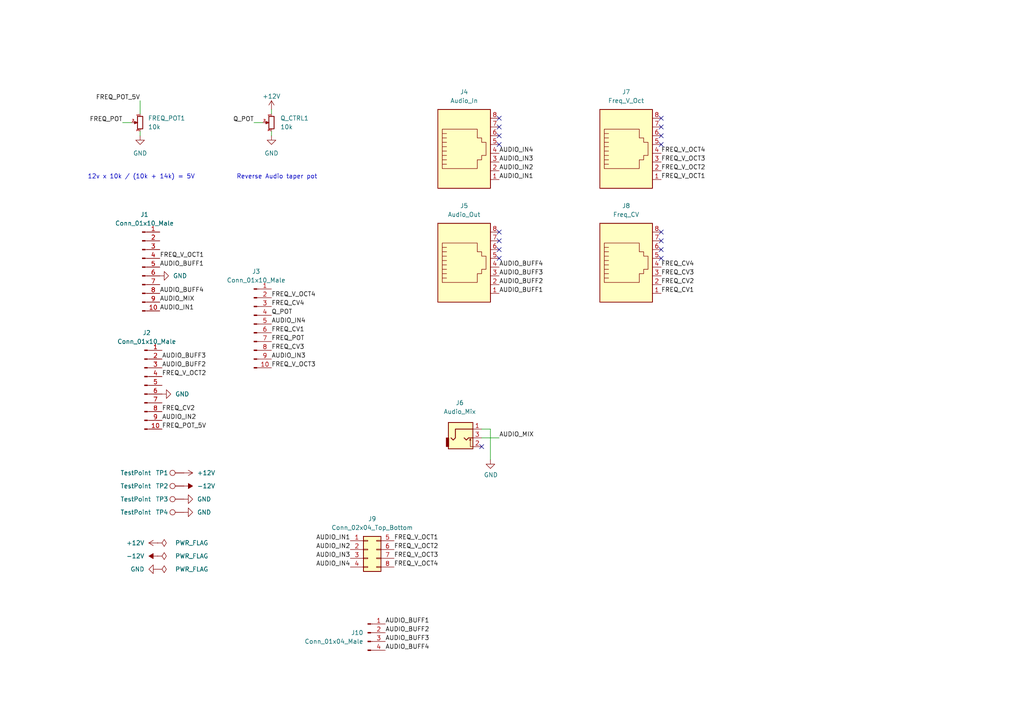
<source format=kicad_sch>
(kicad_sch (version 20211123) (generator eeschema)
  (paper "A4")
  (lib_symbols
    (symbol "Connector:Conn_01x04_Male" (pin_names (offset 1.016) hide)
      (property "Reference" "J" (at 0 5.08 0))
      (property "Value" "Conn_01x04_Male" (at 0 -7.62 0))
      (symbol "Conn_01x04_Male_1_1"
        (polyline (pts (xy 1.27 -5.08) (xy 0.8636 -5.08)) (stroke (width 0.1524)))
        (polyline (pts (xy 1.27 -2.54) (xy 0.8636 -2.54)) (stroke (width 0.1524)))
        (polyline (pts (xy 1.27 0) (xy 0.8636 0)) (stroke (width 0.1524)))
        (polyline (pts (xy 1.27 2.54) (xy 0.8636 2.54)) (stroke (width 0.1524)))
        (rectangle (start 0.8636 -4.953) (end 0 -5.207) (stroke (width 0.1524)) (fill (type outline)))
        (rectangle (start 0.8636 -2.413) (end 0 -2.667) (stroke (width 0.1524)) (fill (type outline)))
        (rectangle (start 0.8636 0.127) (end 0 -0.127) (stroke (width 0.1524)) (fill (type outline)))
        (rectangle (start 0.8636 2.667) (end 0 2.413) (stroke (width 0.1524)) (fill (type outline)))
        (pin passive line (at 5.08 2.54 180) (length 3.81) (name "Pin_1") (number "1"))
        (pin passive line (at 5.08 0 180) (length 3.81) (name "Pin_2") (number "2"))
        (pin passive line (at 5.08 -2.54 180) (length 3.81) (name "Pin_3") (number "3"))
        (pin passive line (at 5.08 -5.08 180) (length 3.81) (name "Pin_4") (number "4"))
      )
    )
    (symbol "Connector:Conn_01x10_Male" (pin_names (offset 1.016) hide)
      (property "Reference" "J" (at 0 12.7 0))
      (property "Value" "Conn_01x10_Male" (at 0 -15.24 0))
      (symbol "Conn_01x10_Male_1_1"
        (polyline (pts (xy 1.27 -12.7) (xy 0.8636 -12.7)) (stroke (width 0.1524)))
        (polyline (pts (xy 1.27 -10.16) (xy 0.8636 -10.16)) (stroke (width 0.1524)))
        (polyline (pts (xy 1.27 -7.62) (xy 0.8636 -7.62)) (stroke (width 0.1524)))
        (polyline (pts (xy 1.27 -5.08) (xy 0.8636 -5.08)) (stroke (width 0.1524)))
        (polyline (pts (xy 1.27 -2.54) (xy 0.8636 -2.54)) (stroke (width 0.1524)))
        (polyline (pts (xy 1.27 0) (xy 0.8636 0)) (stroke (width 0.1524)))
        (polyline (pts (xy 1.27 2.54) (xy 0.8636 2.54)) (stroke (width 0.1524)))
        (polyline (pts (xy 1.27 5.08) (xy 0.8636 5.08)) (stroke (width 0.1524)))
        (polyline (pts (xy 1.27 7.62) (xy 0.8636 7.62)) (stroke (width 0.1524)))
        (polyline (pts (xy 1.27 10.16) (xy 0.8636 10.16)) (stroke (width 0.1524)))
        (rectangle (start 0.8636 -12.573) (end 0 -12.827) (stroke (width 0.1524)) (fill (type outline)))
        (rectangle (start 0.8636 -10.033) (end 0 -10.287) (stroke (width 0.1524)) (fill (type outline)))
        (rectangle (start 0.8636 -7.493) (end 0 -7.747) (stroke (width 0.1524)) (fill (type outline)))
        (rectangle (start 0.8636 -4.953) (end 0 -5.207) (stroke (width 0.1524)) (fill (type outline)))
        (rectangle (start 0.8636 -2.413) (end 0 -2.667) (stroke (width 0.1524)) (fill (type outline)))
        (rectangle (start 0.8636 0.127) (end 0 -0.127) (stroke (width 0.1524)) (fill (type outline)))
        (rectangle (start 0.8636 2.667) (end 0 2.413) (stroke (width 0.1524)) (fill (type outline)))
        (rectangle (start 0.8636 5.207) (end 0 4.953) (stroke (width 0.1524)) (fill (type outline)))
        (rectangle (start 0.8636 7.747) (end 0 7.493) (stroke (width 0.1524)) (fill (type outline)))
        (rectangle (start 0.8636 10.287) (end 0 10.033) (stroke (width 0.1524)) (fill (type outline)))
        (pin passive line (at 5.08 10.16 180) (length 3.81) (name "Pin_1") (number "1"))
        (pin passive line (at 5.08 -12.7 180) (length 3.81) (name "Pin_10") (number "10"))
        (pin passive line (at 5.08 7.62 180) (length 3.81) (name "Pin_2") (number "2"))
        (pin passive line (at 5.08 5.08 180) (length 3.81) (name "Pin_3") (number "3"))
        (pin passive line (at 5.08 2.54 180) (length 3.81) (name "Pin_4") (number "4"))
        (pin passive line (at 5.08 0 180) (length 3.81) (name "Pin_5") (number "5"))
        (pin passive line (at 5.08 -2.54 180) (length 3.81) (name "Pin_6") (number "6"))
        (pin passive line (at 5.08 -5.08 180) (length 3.81) (name "Pin_7") (number "7"))
        (pin passive line (at 5.08 -7.62 180) (length 3.81) (name "Pin_8") (number "8"))
        (pin passive line (at 5.08 -10.16 180) (length 3.81) (name "Pin_9") (number "9"))
      )
    )
    (symbol "Connector:RJ45" (pin_names (offset 1.016))
      (property "Reference" "J" (at -5.08 13.97 0))
      (property "Value" "RJ45" (at 2.54 13.97 0))
      (symbol "RJ45_0_1"
        (polyline (pts (xy -5.08 4.445) (xy -6.35 4.445)))
        (polyline (pts (xy -5.08 5.715) (xy -6.35 5.715)))
        (polyline (pts (xy -6.35 -3.175) (xy -5.08 -3.175) (xy -5.08 -3.175)))
        (polyline (pts (xy -6.35 -1.905) (xy -5.08 -1.905) (xy -5.08 -1.905)))
        (polyline (pts (xy -6.35 -0.635) (xy -5.08 -0.635) (xy -5.08 -0.635)))
        (polyline (pts (xy -6.35 0.635) (xy -5.08 0.635) (xy -5.08 0.635)))
        (polyline (pts (xy -6.35 1.905) (xy -5.08 1.905) (xy -5.08 1.905)))
        (polyline (pts (xy -5.08 3.175) (xy -6.35 3.175) (xy -6.35 3.175)))
        (polyline (pts (xy -6.35 -4.445) (xy -6.35 6.985) (xy 3.81 6.985) (xy 3.81 4.445) (xy 5.08 4.445) (xy 5.08 3.175) (xy 6.35 3.175) (xy 6.35 -0.635) (xy 5.08 -0.635) (xy 5.08 -1.905) (xy 3.81 -1.905) (xy 3.81 -4.445) (xy -6.35 -4.445) (xy -6.35 -4.445)))
        (rectangle (start 7.62 12.7) (end -7.62 -10.16) (stroke (width 0.254)) (fill (type background)))
      )
      (symbol "RJ45_1_1"
        (pin passive line (at 10.16 -7.62 180) (length 2.54) (name "~") (number "1"))
        (pin passive line (at 10.16 -5.08 180) (length 2.54) (name "~") (number "2"))
        (pin passive line (at 10.16 -2.54 180) (length 2.54) (name "~") (number "3"))
        (pin passive line (at 10.16 0 180) (length 2.54) (name "~") (number "4"))
        (pin passive line (at 10.16 2.54 180) (length 2.54) (name "~") (number "5"))
        (pin passive line (at 10.16 5.08 180) (length 2.54) (name "~") (number "6"))
        (pin passive line (at 10.16 7.62 180) (length 2.54) (name "~") (number "7"))
        (pin passive line (at 10.16 10.16 180) (length 2.54) (name "~") (number "8"))
      )
    )
    (symbol "Connector:TestPoint" (pin_numbers hide) (pin_names (offset 0.762) hide)
      (property "Reference" "TP" (at 0 6.858 0))
      (property "Value" "TestPoint" (at 0 5.08 0))
      (symbol "TestPoint_0_1"
        (circle (center 0 3.302) (radius 0.762))
      )
      (symbol "TestPoint_1_1"
        (pin passive line (at 0 0 90) (length 2.54) (name "1") (number "1"))
      )
    )
    (symbol "Connector_Generic:Conn_02x04_Top_Bottom" (pin_names (offset 1.016) hide)
      (property "Reference" "J" (at 1.27 5.08 0))
      (property "Value" "Conn_02x04_Top_Bottom" (at 1.27 -7.62 0))
      (symbol "Conn_02x04_Top_Bottom_1_1"
        (rectangle (start -1.27 -4.953) (end 0 -5.207) (stroke (width 0.1524)))
        (rectangle (start -1.27 -2.413) (end 0 -2.667) (stroke (width 0.1524)))
        (rectangle (start -1.27 0.127) (end 0 -0.127) (stroke (width 0.1524)))
        (rectangle (start -1.27 2.667) (end 0 2.413) (stroke (width 0.1524)))
        (rectangle (start -1.27 3.81) (end 3.81 -6.35) (stroke (width 0.254)) (fill (type background)))
        (rectangle (start 3.81 -4.953) (end 2.54 -5.207) (stroke (width 0.1524)))
        (rectangle (start 3.81 -2.413) (end 2.54 -2.667) (stroke (width 0.1524)))
        (rectangle (start 3.81 0.127) (end 2.54 -0.127) (stroke (width 0.1524)))
        (rectangle (start 3.81 2.667) (end 2.54 2.413) (stroke (width 0.1524)))
        (pin passive line (at -5.08 2.54 0) (length 3.81) (name "Pin_1") (number "1"))
        (pin passive line (at -5.08 0 0) (length 3.81) (name "Pin_2") (number "2"))
        (pin passive line (at -5.08 -2.54 0) (length 3.81) (name "Pin_3") (number "3"))
        (pin passive line (at -5.08 -5.08 0) (length 3.81) (name "Pin_4") (number "4"))
        (pin passive line (at 7.62 2.54 180) (length 3.81) (name "Pin_5") (number "5"))
        (pin passive line (at 7.62 0 180) (length 3.81) (name "Pin_6") (number "6"))
        (pin passive line (at 7.62 -2.54 180) (length 3.81) (name "Pin_7") (number "7"))
        (pin passive line (at 7.62 -5.08 180) (length 3.81) (name "Pin_8") (number "8"))
      )
    )
    (symbol "Device:R_Potentiometer_Small" (pin_names (offset 1.016) hide)
      (property "Reference" "RV" (at -4.445 0 90))
      (property "Value" "R_Potentiometer_Small" (at -2.54 0 90))
      (symbol "R_Potentiometer_Small_0_1"
        (polyline (pts (xy 0.889 0) (xy 0.635 0) (xy 1.651 0.381) (xy 1.651 -0.381) (xy 0.635 0) (xy 0.889 0)) (fill (type outline)))
        (rectangle (start 0.762 1.8034) (end -0.762 -1.8034) (stroke (width 0.254)))
      )
      (symbol "R_Potentiometer_Small_1_1"
        (pin passive line (at 0 2.54 270) (length 0.635) (name "1") (number "1"))
        (pin passive line (at 2.54 0 180) (length 0.9906) (name "2") (number "2"))
        (pin passive line (at 0 -2.54 90) (length 0.635) (name "3") (number "3"))
      )
    )
    (symbol "power:+12V" (power) (pin_names (offset 0))
      (property "Value" "+12V" (at 0 3.556 0))
      (symbol "+12V_0_1"
        (polyline (pts (xy -0.762 1.27) (xy 0 2.54)))
        (polyline (pts (xy 0 0) (xy 0 2.54)))
        (polyline (pts (xy 0 2.54) (xy 0.762 1.27)))
      )
      (symbol "+12V_1_1"
        (pin power_in line (at 0 0 90) (length 0) hide (name "+12V") (number "1"))
      )
    )
    (symbol "power:-12V" (power) (pin_names (offset 0))
      (property "Value" "-12V" (at 0 3.81 0))
      (symbol "-12V_0_0"
        (pin power_in line (at 0 0 90) (length 0) hide (name "-12V") (number "1"))
      )
      (symbol "-12V_0_1"
        (polyline (pts (xy 0 0) (xy 0 1.27) (xy 0.762 1.27) (xy 0 2.54) (xy -0.762 1.27) (xy 0 1.27)) (fill (type outline)))
      )
    )
    (symbol "power:GND" (power) (pin_names (offset 0))
      (property "Value" "GND" (at 0 -3.81 0))
      (symbol "GND_0_1"
        (polyline (pts (xy 0 0) (xy 0 -1.27) (xy 1.27 -1.27) (xy 0 -2.54) (xy -1.27 -1.27) (xy 0 -1.27)))
      )
      (symbol "GND_1_1"
        (pin power_in line (at 0 0 270) (length 0) hide (name "GND") (number "1"))
      )
    )
    (symbol "power:PWR_FLAG" (power) (pin_numbers hide) (pin_names (offset 0) hide)
      (property "Value" "PWR_FLAG" (at 0 3.81 0))
      (symbol "PWR_FLAG_0_0"
        (pin power_out line (at 0 0 90) (length 0) (name "pwr") (number "1"))
      )
      (symbol "PWR_FLAG_0_1"
        (polyline (pts (xy 0 0) (xy 0 1.27) (xy -1.016 1.905) (xy 0 2.54) (xy 1.016 1.905) (xy 0 1.27)))
      )
    )
    (symbol "thonkiconn:AudioJack2_Ground_Switch" (pin_names (offset 1.016))
      (property "Reference" "J" (at 0 8.89 0))
      (property "Value" "AudioJack2_Ground_Switch" (at 0 6.35 0))
      (symbol "AudioJack2_Ground_Switch_0_1"
        (rectangle (start -4.445 -2.54) (end -5.207 0) (fill (type outline)))
        (polyline (pts (xy 1.778 -0.254) (xy 2.032 -0.762)))
        (polyline (pts (xy 0 0) (xy 0.635 -0.635) (xy 1.27 0) (xy 2.54 0)) (stroke (width 0.254)))
        (polyline (pts (xy 2.54 -2.54) (xy 1.778 -2.54) (xy 1.778 -0.254) (xy 1.524 -0.762)))
        (polyline (pts (xy 2.54 2.54) (xy -2.54 2.54) (xy -2.54 0) (xy -3.175 -0.635) (xy -3.81 0)) (stroke (width 0.254)))
        (rectangle (start 2.54 -3.175) (end -4.572 4.445) (stroke (width 0.254)) (fill (type background)))
      )
      (symbol "AudioJack2_Ground_Switch_1_1"
        (pin passive line (at 5.08 2.54 180) (length 2.54) (name "~") (number "1"))
        (pin passive line (at 5.08 -2.54 180) (length 2.54) (name "~") (number "2"))
        (pin passive line (at 5.08 0 180) (length 2.54) (name "~") (number "3"))
      )
    )
  )
  (no_connect (at 144.78 41.91))
  (no_connect (at 144.78 36.83))
  (no_connect (at 191.77 36.83))
  (no_connect (at 144.78 74.93))
  (no_connect (at 191.77 41.91))
  (no_connect (at 191.77 67.31))
  (no_connect (at 191.77 69.85))
  (no_connect (at 144.78 69.85))
  (no_connect (at 191.77 34.29))
  (no_connect (at 191.77 39.37))
  (no_connect (at 144.78 72.39))
  (no_connect (at 144.78 34.29))
  (no_connect (at 191.77 74.93))
  (no_connect (at 144.78 67.31))
  (no_connect (at 139.7 129.54))
  (no_connect (at 144.78 39.37))
  (no_connect (at 191.77 72.39))
  (wire (pts (xy 40.64 29.21) (xy 40.64 33.02)))
  (wire (pts (xy 139.7 127) (xy 144.78 127)))
  (wire (pts (xy 35.56 35.56) (xy 38.1 35.56)))
  (wire (pts (xy 78.74 39.37) (xy 78.74 38.1)))
  (wire (pts (xy 139.7 124.46) (xy 142.24 124.46)))
  (wire (pts (xy 73.66 35.56) (xy 76.2 35.56)))
  (wire (pts (xy 78.74 33.02) (xy 78.74 31.75)))
  (wire (pts (xy 142.24 124.46) (xy 142.24 133.35)))
  (wire (pts (xy 40.64 39.37) (xy 40.64 38.1)))
  (text "12v x 10k / (10k + 14k) = 5V" (at 25.4 52.07 0) (effects (font (size 1.27 1.27)) (justify left bottom)))
  (text "Reverse Audio taper pot" (at 68.58 52.07 0) (effects (font (size 1.27 1.27)) (justify left bottom)))
  (label "FREQ_V_OCT3" (at 78.74 106.68 0))
  (label "Q_POT" (at 73.66 35.56 180))
  (label "FREQ_V_OCT1" (at 191.77 52.07 0))
  (label "FREQ_CV3" (at 78.74 101.6 0))
  (label "FREQ_CV2" (at 46.99 119.38 0))
  (label "FREQ_POT_5V" (at 46.99 124.46 0))
  (label "AUDIO_MIX" (at 144.78 127 0))
  (label "AUDIO_BUFF2" (at 111.76 183.515 0))
  (label "AUDIO_BUFF4" (at 111.76 188.595 0))
  (label "AUDIO_IN3" (at 144.78 46.99 0))
  (label "AUDIO_BUFF4" (at 144.78 77.47 0))
  (label "FREQ_V_OCT4" (at 78.74 86.36 0))
  (label "FREQ_CV1" (at 78.74 96.52 0))
  (label "AUDIO_IN3" (at 78.74 104.14 0))
  (label "AUDIO_BUFF2" (at 46.99 106.68 0))
  (label "FREQ_V_OCT4" (at 191.77 44.45 0))
  (label "FREQ_V_OCT1" (at 114.3 156.845 0))
  (label "FREQ_V_OCT4" (at 114.3 164.465 0))
  (label "FREQ_V_OCT2" (at 191.77 49.53 0))
  (label "AUDIO_MIX" (at 46.355 87.63 0))
  (label "FREQ_POT" (at 35.56 35.56 180))
  (label "AUDIO_IN3" (at 101.6 161.925 180))
  (label "AUDIO_IN2" (at 46.99 121.92 0))
  (label "AUDIO_IN1" (at 101.6 156.845 180))
  (label "FREQ_CV2" (at 191.77 82.55 0))
  (label "FREQ_CV4" (at 78.74 88.9 0))
  (label "AUDIO_IN1" (at 46.355 90.17 0))
  (label "AUDIO_IN2" (at 101.6 159.385 180))
  (label "FREQ_CV3" (at 191.77 80.01 0))
  (label "AUDIO_BUFF1" (at 111.76 180.975 0))
  (label "FREQ_V_OCT1" (at 46.355 74.93 0))
  (label "FREQ_V_OCT3" (at 114.3 161.925 0))
  (label "AUDIO_BUFF3" (at 111.76 186.055 0))
  (label "FREQ_V_OCT2" (at 114.3 159.385 0))
  (label "FREQ_CV1" (at 191.77 85.09 0))
  (label "Q_POT" (at 78.74 91.44 0))
  (label "FREQ_POT" (at 78.74 99.06 0))
  (label "AUDIO_BUFF3" (at 46.99 104.14 0))
  (label "FREQ_POT_5V" (at 40.64 29.21 180))
  (label "FREQ_CV4" (at 191.77 77.47 0))
  (label "AUDIO_IN2" (at 144.78 49.53 0))
  (label "AUDIO_BUFF1" (at 46.355 77.47 0))
  (label "AUDIO_IN4" (at 101.6 164.465 180))
  (label "FREQ_V_OCT3" (at 191.77 46.99 0))
  (label "AUDIO_BUFF3" (at 144.78 80.01 0))
  (label "AUDIO_IN1" (at 144.78 52.07 0))
  (label "AUDIO_BUFF4" (at 46.355 85.09 0))
  (label "AUDIO_BUFF1" (at 144.78 85.09 0))
  (label "AUDIO_IN4" (at 144.78 44.45 0))
  (label "AUDIO_BUFF2" (at 144.78 82.55 0))
  (label "AUDIO_IN4" (at 78.74 93.98 0))
  (label "FREQ_V_OCT2" (at 46.99 109.22 0))
  (symbol (lib_id "Connector:Conn_01x10_Male") (at 73.66 93.98 0) (unit 1)
    (property "Reference" "J3" (at 74.295 78.74 0))
    (property "Value" "Conn_01x10_Male" (at 74.295 81.28 0))
    (property "Footprint" "Connector_PinHeader_2.54mm:PinHeader_1x10_P2.54mm_Vertical" (effects hide))
  )
  (symbol (lib_id "power:GND") (at 53.34 144.78 90) (unit 1)
    (property "Reference" "#PWR09" (effects hide))
    (property "Value" "GND" (at 57.15 144.7799 90) (effects (justify right)))
  )
  (symbol (lib_id "Device:R_Potentiometer_Small") (at 40.64 35.56 0) (mirror y) (unit 1)
    (property "Reference" "FREQ_POT1" (at 42.926 34.2899 0) (effects (justify right)))
    (property "Value" "10k" (at 42.926 36.8299 0) (effects (justify right)))
    (property "Footprint" "Custom_Footprints:Alpha_9mm_Potentiometer_Aligned" (effects hide))
  )
  (symbol (lib_id "Connector:TestPoint") (at 53.34 144.78 90) (unit 1)
    (property "Reference" "TP3" (at 46.99 144.78 90))
    (property "Value" "TestPoint" (at 39.37 144.78 90))
    (property "Footprint" "Custom_Footprints:1.3mm_Test_Point" (effects hide))
  )
  (symbol (lib_id "thonkiconn:AudioJack2_Ground_Switch") (at 134.62 127 0) (unit 1)
    (property "Reference" "J6" (at 133.35 116.84 0))
    (property "Value" "Audio_Mix" (at 133.35 119.38 0))
    (property "Footprint" "Custom_Footprints:THONKICONN_hole" (effects hide))
  )
  (symbol (lib_id "power:GND") (at 45.72 165.1 270) (unit 1)
    (property "Reference" "#PWR06" (effects hide))
    (property "Value" "GND" (at 41.91 165.0999 90) (effects (justify right)))
  )
  (symbol (lib_id "Connector:RJ45") (at 134.62 77.47 0) (unit 1)
    (property "Reference" "J5" (at 134.62 59.69 0))
    (property "Value" "Audio_Out" (at 134.62 62.23 0))
    (property "Footprint" "Custom_Footprints:RJ45_Molex_42878-8506" (effects hide))
  )
  (symbol (lib_id "Connector:RJ45") (at 181.61 44.45 0) (unit 1)
    (property "Reference" "J7" (at 181.61 26.67 0))
    (property "Value" "Freq_V_Oct" (at 181.61 29.21 0))
    (property "Footprint" "Custom_Footprints:RJ45_Molex_42878-8506" (effects hide))
  )
  (symbol (lib_id "power:+12V") (at 78.74 31.75 0) (mirror y) (unit 1)
    (property "Reference" "#PWR011" (effects hide))
    (property "Value" "+12V" (at 78.74 27.94 0))
  )
  (symbol (lib_id "power:GND") (at 46.99 114.3 90) (unit 1)
    (property "Reference" "#PWR0102" (effects hide))
    (property "Value" "GND" (at 50.8 114.2999 90) (effects (justify right)))
  )
  (symbol (lib_id "power:-12V") (at 45.72 161.29 90) (unit 1)
    (property "Reference" "#PWR05" (effects hide))
    (property "Value" "-12V" (at 41.91 161.2899 90) (effects (justify left)))
  )
  (symbol (lib_id "power:+12V") (at 53.34 137.16 270) (mirror x) (unit 1)
    (property "Reference" "#PWR07" (effects hide))
    (property "Value" "+12V" (at 57.15 137.1599 90) (effects (justify left)))
  )
  (symbol (lib_id "Connector:Conn_01x10_Male") (at 41.275 77.47 0) (unit 1)
    (property "Reference" "J1" (at 41.91 62.23 0))
    (property "Value" "Conn_01x10_Male" (at 41.91 64.77 0))
    (property "Footprint" "Connector_PinHeader_2.54mm:PinHeader_1x10_P2.54mm_Vertical" (effects hide))
  )
  (symbol (lib_id "Connector:Conn_01x10_Male") (at 41.91 111.76 0) (unit 1)
    (property "Reference" "J2" (at 42.545 96.52 0))
    (property "Value" "Conn_01x10_Male" (at 42.545 99.06 0))
    (property "Footprint" "Connector_PinHeader_2.54mm:PinHeader_1x10_P2.54mm_Vertical" (effects hide))
  )
  (symbol (lib_id "Connector:Conn_01x04_Male") (at 106.68 183.515 0) (unit 1)
    (property "Reference" "J10" (at 105.41 183.5149 0) (effects (justify right)))
    (property "Value" "Conn_01x04_Male" (at 105.41 186.0549 0) (effects (justify right)))
    (property "Footprint" "Connector_PinHeader_2.54mm:PinHeader_1x04_P2.54mm_Vertical" (effects hide))
  )
  (symbol (lib_id "Connector:TestPoint") (at 53.34 140.97 90) (unit 1)
    (property "Reference" "TP2" (at 46.99 140.97 90))
    (property "Value" "TestPoint" (at 39.37 140.97 90))
    (property "Footprint" "Custom_Footprints:1.3mm_Test_Point" (effects hide))
  )
  (symbol (lib_id "power:GND") (at 78.74 39.37 0) (unit 1)
    (property "Reference" "#PWR012" (effects hide))
    (property "Value" "GND" (at 78.74 44.45 0))
  )
  (symbol (lib_id "power:-12V") (at 53.34 140.97 270) (unit 1)
    (property "Reference" "#PWR08" (effects hide))
    (property "Value" "-12V" (at 57.15 140.9699 90) (effects (justify left)))
  )
  (symbol (lib_id "power:+12V") (at 45.72 157.48 90) (mirror x) (unit 1)
    (property "Reference" "#PWR04" (effects hide))
    (property "Value" "+12V" (at 41.91 157.4799 90) (effects (justify left)))
  )
  (symbol (lib_id "power:GND") (at 40.64 39.37 0) (unit 1)
    (property "Reference" "#PWR01" (effects hide))
    (property "Value" "GND" (at 40.64 44.45 0))
  )
  (symbol (lib_id "Connector_Generic:Conn_02x04_Top_Bottom") (at 106.68 159.385 0) (unit 1)
    (property "Reference" "J9" (at 107.95 150.495 0))
    (property "Value" "Conn_02x04_Top_Bottom" (at 107.95 153.035 0))
    (property "Footprint" "Connector_PinHeader_2.54mm:PinHeader_2x04_P2.54mm_Vertical" (effects hide))
  )
  (symbol (lib_id "power:PWR_FLAG") (at 45.72 165.1 270) (unit 1)
    (property "Reference" "#FLG03" (effects hide))
    (property "Value" "PWR_FLAG" (at 50.8 165.0999 90) (effects (justify left)))
  )
  (symbol (lib_id "power:PWR_FLAG") (at 45.72 161.29 270) (unit 1)
    (property "Reference" "#FLG02" (effects hide))
    (property "Value" "PWR_FLAG" (at 50.8 161.2899 90) (effects (justify left)))
  )
  (symbol (lib_id "Connector:TestPoint") (at 53.34 137.16 90) (unit 1)
    (property "Reference" "TP1" (at 46.99 137.16 90))
    (property "Value" "TestPoint" (at 39.37 137.16 90))
    (property "Footprint" "Custom_Footprints:1.3mm_Test_Point" (effects hide))
  )
  (symbol (lib_id "power:GND") (at 46.355 80.01 90) (unit 1)
    (property "Reference" "#PWR0101" (effects hide))
    (property "Value" "GND" (at 50.165 80.0099 90) (effects (justify right)))
  )
  (symbol (lib_id "Connector:RJ45") (at 181.61 77.47 0) (unit 1)
    (property "Reference" "J8" (at 181.61 59.69 0))
    (property "Value" "Freq_CV" (at 181.61 62.23 0))
    (property "Footprint" "Custom_Footprints:RJ45_Molex_42878-8506" (effects hide))
  )
  (symbol (lib_id "power:GND") (at 142.24 133.35 0) (unit 1)
    (property "Reference" "#PWR013" (effects hide))
    (property "Value" "GND" (at 142.367 137.7442 0))
  )
  (symbol (lib_id "power:GND") (at 53.34 148.59 90) (unit 1)
    (property "Reference" "#PWR010" (effects hide))
    (property "Value" "GND" (at 57.15 148.5899 90) (effects (justify right)))
  )
  (symbol (lib_id "Device:R_Potentiometer_Small") (at 78.74 35.56 0) (mirror y) (unit 1)
    (property "Reference" "Q_CTRL1" (at 81.28 34.2899 0) (effects (justify right)))
    (property "Value" "10k" (at 81.28 36.8299 0) (effects (justify right)))
    (property "Footprint" "Custom_Footprints:Alpha_9mm_Potentiometer_Aligned" (effects hide))
  )
  (symbol (lib_id "power:PWR_FLAG") (at 45.72 157.48 270) (unit 1)
    (property "Reference" "#FLG01" (effects hide))
    (property "Value" "PWR_FLAG" (at 50.8 157.4799 90) (effects (justify left)))
  )
  (symbol (lib_id "Connector:RJ45") (at 134.62 44.45 0) (unit 1)
    (property "Reference" "J4" (at 134.62 26.67 0))
    (property "Value" "Audio_In" (at 134.62 29.21 0))
    (property "Footprint" "Custom_Footprints:RJ45_Molex_42878-8506" (effects hide))
  )
  (symbol (lib_id "Connector:TestPoint") (at 53.34 148.59 90) (unit 1)
    (property "Reference" "TP4" (at 46.99 148.59 90))
    (property "Value" "TestPoint" (at 39.37 148.59 90))
    (property "Footprint" "Custom_Footprints:1.3mm_Test_Point" (effects hide))
  )
)
</source>
